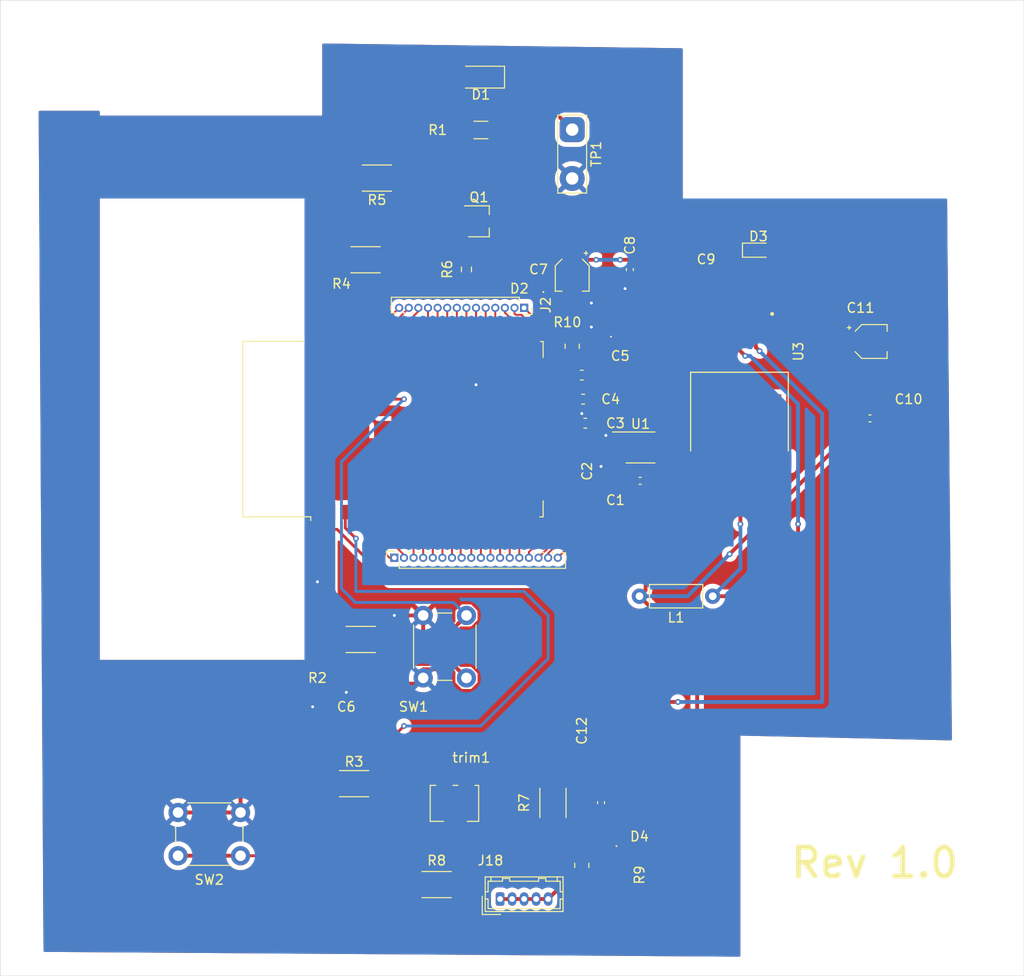
<source format=kicad_pcb>
(kicad_pcb (version 20241229) (generator "pcbnew") (generator_version "9.0")
  (layers (0 "F.Cu" signal) (2 "B.Cu" signal) (13 "F.Paste" user) (15 "B.Paste" user) (5 "F.SilkS" user "F.Silkscreen") (7 "B.SilkS" user "B.Silkscreen") (1 "F.Mask" user) (3 "B.Mask" user) (25 "Edge.Cuts" user))
  (net 0 "")
  (net 1 "/Vout")
  (net 2 "GND")
  (net 3 "Net-(U1-OUT)")
  (net 4 "Net-(U1-BYP)")
  (net 5 "Net-(U2-EN)")
  (net 6 "/out")
  (net 7 "Net-(U3-VC)")
  (net 8 "Net-(U3-FB)")
  (net 9 "Net-(D1-A)")
  (net 10 "VCC")
  (net 11 "Net-(D2-A)")
  (net 12 "Net-(D3-K)")
  (net 13 "Net-(D4-A)")
  (net 14 "Net-(D5-A)")
  (net 15 "/GPIO_15")
  (net 16 "/GPIO_16")
  (net 17 "/GPIO_1")
  (net 18 "/GPIO 16")
  (net 19 "/GPIO_11")
  (net 20 "/GPIO_3")
  (net 21 "/GPIO_2")
  (net 22 "/GPIO_18")
  (net 23 "/GPIO_10")
  (net 24 "/GPIO_8")
  (net 25 "/GPIO_6")
  (net 26 "/GPIO_14")
  (net 27 "/GPIO_17")
  (net 28 "/GPIO_7")
  (net 29 "/GPIO_9")
  (net 30 "/GPIO_12")
  (net 31 "/GPIO_4")
  (net 32 "/GPIO_5")
  (net 33 "/GPIO_36")
  (net 34 "/GPIO_21")
  (net 35 "/GPIO_RX")
  (net 36 "/GPIO_39")
  (net 37 "/GPIO_40")
  (net 38 "/GPIO_42")
  (net 39 "/GPIO_35")
  (net 40 "/GPIO_TX")
  (net 41 "/GPIO_33")
  (net 42 "/GPIO_37")
  (net 43 "/GPIO_41")
  (net 44 "/GPIO_38")
  (net 45 "/GPIO_34")
  (net 46 "/GPIO_26")
  (net 47 "Net-(U2-IO00)")
  (net 48 "Net-(U2-IO46)")
  (net 49 "Net-(U2-IO45)")
  (net 50 "Net-(R8-Pad1)")
  (footprint "Resistor_SMD:R_0805_2012Metric" (layer "F.Cu") (at 132.5 80.5 -90)
    (property "Reference" "R10")
    (property "Value" "65 R" (hide yes))
  )
  (footprint "Capacitor_SMD:C_0603_1608Metric_Pad1.08x0.95mm_HandSolder" (layer "F.Cu") (at 133.8625 88.5)
    (property "Reference" "C3")
    (property "Value" "22uf" (hide yes))
  )
  (footprint "Capacitor_SMD:C_0402_1005Metric" (layer "F.Cu") (at 135.5 127.98 90)
    (property "Reference" "C12")
    (property "Value" "33nF" (hide yes))
  )
  (footprint "Capacitor_SMD:C_0402_1005Metric" (layer "F.Cu") (at 138.5 72.52 -90)
    (property "Reference" "C8")
    (property "Value" "1uF" (hide yes))
  )
  (footprint "Connector_PinSocket_1.00mm:PinSocket_1x14_P1.00mm_Vertical" (layer "F.Cu") (at 127.5 76.5 -90)
    (property "Reference" "J2")
    (property "Value" "Conn_01x14_Male" (hide yes))
  )
  (footprint "Connector_Hirose:Hirose_DF13-05P-1.25DSA_1x05_P1.25mm_Vertical" (layer "F.Cu") (at 125 138)
    (property "Reference" "J18")
    (property "Value" "Conn_01x05_Male" (hide yes))
  )
  (footprint "Package_SO:MSOP-8_3x3mm_P0.65mm" (layer "F.Cu") (at 139.6125 91.025)
    (property "Reference" "U1")
    (property "Value" "LT1762-3" (hide yes))
  )
  (footprint "Resistor_SMD:R_0603_1608Metric_Pad0.98x0.95mm_HandSolder" (layer "F.Cu") (at 121.5 72.5 -90)
    (property "Reference" "R6")
    (property "Value" "500" (hide yes))
  )
  (footprint "Capacitor_SMD:C_0603_1608Metric_Pad1.08x0.95mm_HandSolder" (layer "F.Cu") (at 133.5 83.5)
    (property "Reference" "C5")
    (property "Value" "0.1uF" (hide yes))
  )
  (footprint "Diode_SMD:D_0603_1608Metric_Pad1.05x0.95mm_HandSolder" (layer "F.Cu") (at 151.875 70.5)
    (property "Reference" "D3")
    (property "Value" "MBRD1045G" (hide yes))
  )
  (footprint "Resistor_SMD:R_2010_5025Metric" (layer "F.Cu") (at 109.8125 126)
    (property "Reference" "R3")
    (property "Value" "10k" (hide yes))
  )
  (footprint "Capacitor_SMD:C_0201_0603Metric_Pad0.64x0.40mm_HandSolder" (layer "F.Cu") (at 133 91.0925 -90)
    (property "Reference" "C2")
    (property "Value" "0.1uF" (hide yes))
  )
  (footprint "Button_Switch_THT:SW_PUSH_6mm_H4.3mm" (layer "F.Cu") (at 117 115 90)
    (property "Reference" "SW1")
    (property "Value" "reset")
  )
  (footprint "Capacitor_SMD:C_0402_1005Metric_Pad0.74x0.62mm_HandSolder" (layer "F.Cu") (at 139.5675 94.5 180)
    (property "Reference" "C1")
    (property "Value" "10uF" (hide yes))
  )
  (footprint "Connector_PinSocket_1.00mm:PinSocket_1x18_P1.00mm_Vertical" (layer "F.Cu") (at 114 102.5 90)
    (property "Reference" "J1" (hide yes))
    (property "Value" "Conn_01x18_Male" (hide yes))
  )
  (footprint "Inductor_THT:L_Axial_L5.3mm_D2.2mm_P7.62mm_Horizontal_Vishay_IM-1" (layer "F.Cu") (at 147.12 106.5 180)
    (property "Reference" "L1")
    (property "Value" "47uH/5A" (hide yes))
  )
  (footprint "Capacitor_SMD:CP_Elec_3x5.4" (layer "F.Cu") (at 132.5 73 -90)
    (property "Reference" "C7")
    (property "Value" "330uF/50v" (hide yes))
  )
  (footprint "Resistor_SMD:R_1206_3216Metric_Pad1.30x1.75mm_HandSolder" (layer "F.Cu") (at 123 58 180)
    (property "Reference" "R1")
    (property "Value" "10k" (hide yes))
  )
  (footprint "Resistor_SMD:R_2010_5025Metric_Pad1.40x2.65mm_HandSolder" (layer "F.Cu") (at 118.4 136.5 180)
    (property "Reference" "R8")
    (property "Value" "1K" (hide yes))
  )
  (footprint "Resistor_SMD:R_0805_2012Metric" (layer "F.Cu") (at 133.5 134.5 90)
    (property "Reference" "R9")
    (property "Value" "500" (hide yes))
  )
  (footprint "Potentiometer_SMD:Potentiometer_Bourns_3214X_Vertical" (layer "F.Cu") (at 120.35 128.05)
    (property "Reference" "trim1")
    (property "Value" "R_Potentiometer_Trim_US" (hide yes))
  )
  (footprint "XL4015 _foot:CONV_XL4015" (layer "F.Cu") (at 149.9 89.335 -90)
    (property "Reference" "U3")
    (property "Value" "buck ic" (hide yes))
  )
  (footprint "Capacitor_SMD:C_0201_0603Metric_Pad0.64x0.40mm_HandSolder" (layer "F.Cu") (at 146.4325 72.5)
    (property "Reference" "C9")
    (property "Value" "0.1uF" (hide yes))
  )
  (footprint "TestPoint:TestPoint_2Pads_Pitch5.08mm_Drill1.3mm" (layer "F.Cu") (at 132.5 57.96 -90)
    (property "Reference" "TP1")
    (property "Value" "- BAT +")
  )
  (footprint "Button_Switch_THT:SW_PUSH_6mm_H4.3mm" (layer "F.Cu") (at 98 133.5 180)
    (property "Reference" "SW2")
    (property "Value" "boot" (hide yes))
  )
  (footprint "Capacitor_SMD:C_0201_0603Metric_Pad0.64x0.40mm_HandSolder" (layer "F.Cu") (at 109.0925 115 180)
    (property "Reference" "C6")
    (property "Value" "0.1uF" (hide yes))
  )
  (footprint "LED_SMD:LED_0201_0603Metric" (layer "F.Cu") (at 129.5 74 90)
    (property "Reference" "D2")
    (property "Value" "red" (hide yes))
  )
  (footprint "Package_TO_SOT_SMD:SOT-23W" (layer "F.Cu") (at 122.8 67.5)
    (property "Reference" "Q1")
    (property "Value" "Q_PMOS_GDS" (hide yes))
  )
  (footprint "Resistor_SMD:R_2010_5025Metric" (layer "F.Cu") (at 110.5 111)
    (property "Reference" "R2")
    (property "Value" "10k" (hide yes))
  )
  (footprint "LED_SMD:LED_0201_0603Metric_Pad0.64x0.40mm_HandSolder" (layer "F.Cu") (at 135.5 79.5 180)
    (property "Reference" "D5" (hide yes))
    (property "Value" "red" (hide yes))
  )
  (footprint "Resistor_SMD:R_2010_5025Metric" (layer "F.Cu") (at 112.1875 63 180)
    (property "Reference" "R5")
    (property "Value" "10k")
  )
  (footprint "Capacitor_SMD:CP_Elec_3x5.4" (layer "F.Cu") (at 163.5 80)
    (property "Reference" "C11")
    (property "Value" "330uF/25V" (hide yes))
  )
  (footprint "Resistor_SMD:R_2010_5025Metric" (layer "F.Cu") (at 111 71.5 180)
    (property "Reference" "R4")
    (property "Value" "10k" (hide yes))
  )
  (footprint "Capacitor_SMD:C_0603_1608Metric_Pad1.08x0.95mm_HandSolder" (layer "F.Cu") (at 133.6375 86)
    (property "Reference" "C4")
    (property "Value" "10uf" (hide yes))
  )
  (footprint "Capacitor_SMD:C_0402_1005Metric" (layer "F.Cu") (at 163.48 88)
    (property "Reference" "C10")
    (property "Value" "1uF" (hide yes))
  )
  (footprint "Diode_SMD:D_1206_3216Metric_Pad1.42x1.75mm_HandSolder" (layer "F.Cu") (at 123 52.5 180)
    (property "Reference" "D1")
    (property "Value" "12v" (hide yes))
  )
  (footprint "My_Project.pretty:My_Project.pretty" (layer "F.Cu") (at 117.675 89.125 90)
    (property "Reference" "U2" (hide yes))
    (property "Value" "ESP32-S2-WROVER-I" (hide yes))
  )
  (footprint "Resistor_SMD:R_2010_5025Metric_Pad1.40x2.65mm_HandSolder" (layer "F.Cu") (at 130.5 128 90)
    (property "Reference" "R7")
    (property "Value" "10K" (hide yes))
  )
  (footprint "LED_SMD:LED_0201_0603Metric_Pad0.64x0.40mm_HandSolder" (layer "F.Cu") (at 136.0675 132.5 180)
    (property "Reference" "D4")
    (property "Value" "red" (hide yes))
  )
  (gr_rect (start 73 44.5) (end 179.5 146) (stroke (width 0.05)) (fill no) (layer "Edge.Cuts"))
  (gr_text "Rev 1.0\n" (at 155 136 0) (layer "F.SilkS") (effects (font (size 3 3) (thickness 0.5) (bold yes)) (justify left bottom)))
  (segment (start 135.809999 128.46) (end 145.5 118.769999) (width 0.4) (layer "F.Cu") (net 1))
  (segment (start 132.54375 134.45625) (end 132.54375 135.45625) (width 0.4) (layer "F.Cu") (net 1))
  (segment (start 145.5 118.769999) (end 145.5 112.5) (width 0.4) (layer "F.Cu") (net 1))
  (segment (start 140.135 93.741) (end 141.725 92.151) (width 0.4) (layer "F.Cu") (net 1))
  (segment (start 141.725 90.05) (end 142.598792 90.05) (width 0.4) (layer "F.Cu") (net 1))
  (segment (start 162 88) (end 162.5 88.5) (width 0.4) (layer "F.Cu") (net 1))
  (segment (start 142.598792 90.05) (end 142.9385 90.389708) (width 0.4) (layer "F.Cu") (net 1))
  (segment (start 140.135 94.5) (end 140.135 93.741) (width 0.4) (layer "F.Cu") (net 1))
  (segment (start 135.5 128.46) (end 135.809999 128.46) (width 0.4) (layer "F.Cu") (net 1))
  (segment (start 140.135 94.5) (end 140.135 105.865) (width 0.4) (layer "F.Cu") (net 1))
  (segment (start 142.9385 90.389708) (end 142.9385 91.660292) (width 0.4) (layer "F.Cu") (net 1))
  (segment (start 130.5 130.4) (end 133.56 130.4) (width 0.4) (layer "F.Cu") (net 1))
  (segment (start 130 138) (end 125 138) (width 0.4) (layer "F.Cu") (net 1))
  (segment (start 162 80) (end 162 88) (width 0.4) (layer "F.Cu") (net 1))
  (segment (start 142.598792 92) (end 141.725 92) (width 0.4) (layer "F.Cu") (net 1))
  (segment (start 140.135 105.865) (end 139.5 106.5) (width 0.4) (layer "F.Cu") (net 1))
  (segment (start 145.5 112.5) (end 139.5 106.5) (width 0.4) (layer "F.Cu") (net 1))
  (segment (start 130.5 132.4125) (end 133.5 135.4125) (width 0.4) (layer "F.Cu") (net 1))
  (segment (start 142.9385 91.660292) (end 142.598792 92) (width 0.4) (layer "F.Cu") (net 1))
  (segment (start 130.5 130.4) (end 130.5 132.4125) (width 0.4) (layer "F.Cu") (net 1))
  (segment (start 132.54375 135.45625) (end 130 138) (width 0.4) (layer "F.Cu") (net 1))
  (segment (start 133.56 130.4) (end 135.5 128.46) (width 0.4) (layer "F.Cu") (net 1))
  (segment (start 148.88 102.12) (end 163 88) (width 0.4) (layer "F.Cu") (net 1))
  (via (at 148.88 102.12) (size 0.6) (drill 0.3) (layers "F.Cu" "B.Cu") (net 1))
  (segment (start 144.5 106.5) (end 139.5 106.5) (width 0.4) (layer "B.Cu") (net 1))
  (segment (start 148.88 102.12) (end 144.5 106.5) (width 0.4) (layer "B.Cu") (net 1))
  (segment (start 109 115.702) (end 109.101 115.601) (width 0.4) (layer "F.Cu") (net 2))
  (segment (start 109.875 63) (end 109.834 62.959) (width 0.8) (layer "F.Cu") (net 2))
  (segment (start 106.5 104) (end 106.5 98.35) (width 0.4) (layer "F.Cu") (net 2))
  (segment (start 137.449 92.051) (end 137.5 92.051) (width 0.4) (layer "F.Cu") (net 2))
  (segment (start 118.771768 110.449) (end 120.155083 109.065685) (width 0.4) (layer "F.Cu") (net 2))
  (segment (start 106 74.1875) (end 106 80.5) (width 0.4) (layer "F.Cu") (net 2))
  (segment (start 119.820768 114.1) (end 117 114.1) (width 0.4) (layer "F.Cu") (net 2))
  (segment (start 120.149 114.440397) (end 120.155082 114.434314) (width 0.4) (layer "F.Cu") (net 2))
  (segment (start 135.815 79.996636) (end 135.815 79.5) (width 0.4) (layer "F.Cu") (net 2))
  (segment (start 106 105) (end 106 104.5) (width 0.4) (layer "F.Cu") (net 2))
  (segment (start 122.059603 113.649) (end 122.851 114.440397) (width 0.4) (layer "F.Cu") (net 2))
  (segment (start 134.3625 83.5) (end 134.3625 85.8625) (width 0.4) (layer "F.Cu") (net 2))
  (segment (start 114 108.5) (end 117 108.5) (width 0.4) (layer "F.Cu") (net 2))
  (segment (start 122.851 107.940397) (end 122.851 109.059603) (width 0.4) (layer "F.Cu") (net 2))
  (segment (start 118.7 126) (end 116 126) (width 0.4) (layer "F.Cu") (net 2))
  (segment (start 117 108.5) (end 117 110.449) (width 0.4) (layer "F.Cu") (net 2))
  (segment (start 137 93) (end 135.5 93) (width 0.4) (layer "F.Cu") (net 2))
  (segment (start 134.5 78.5) (end 135.815 78.5) (width 0.4) (layer "F.Cu") (net 2))
  (segment (start 132.32 74.32) (end 132.5 74.5) (width 0.4) (layer "F.Cu") (net 2))
  (segment (start 134.5 87.5) (end 134.5 88.275) (width 0.4) (layer "F.Cu") (net 2))
  (segment (start 120.934314 109.844918) (end 119.228232 111.551) (width 0.4) (layer "F.Cu") (net 2))
  (segment (start 120.149 115.559603) (end 120.149 114.440397) (width 0.4) (layer "F.Cu") (net 2))
  (segment (start 139 94.5) (end 139 94) (width 0.4) (layer "F.Cu") (net 2))
  (segment (start 122.5 82.375) (end 121.88 82.375) (width 0.4) (layer "F.Cu") (net 2))
  (segment (start 165 86.96) (end 163.96 88) (width 0.4) (layer "F.Cu") (net 2))
  (segment (start 106 104.5) (end 106.5 104) (width 0.4) (layer "F.Cu") (net 2))
  (segment (start 109.875 63) (end 109.875 70.3125) (width 0.4) (layer "F.Cu") (net 2))
  (segment (start 109 116.5) (end 109 115.702) (width 0.4) (layer "F.Cu") (net 2))
  (segment (start 136.475 136.525) (end 132.701 140.299) (width 0.4) (layer "F.Cu") (net 2))
  (segment (start 120.940397 107.149) (end 122.059603 107.149) (width 0.4) (layer "F.Cu") (net 2))
  (segment (start 122.059603 109.851) (end 120.940397 109.851) (width 0.4) (layer "F.Cu") (net 2))
  (segment (start 120.327232 113.048) (end 120.934315 113.655083) (width 0.4) (layer "F.Cu") (net 2))
  (segment (start 117 114.1) (end 117 115) (width 0.4) (layer "F.Cu") (net 2))
  (segment (start 105.9 97.1) (end 112.685 90.315) (width 0.4) (layer "F.Cu") (net 2))
  (segment (start 98 125.5) (end 105.5 118) (width 0.4) (layer "F.Cu") (net 2))
  (segment (start 122.851 114.440397) (end 122.851 115.559603) (width 0.4) (layer "F.Cu") (net 2))
  (segment (start 134.3625 85.8625) (end 134.5 86) (width 0.4) (layer "F.Cu") (net 2))
  (segment (start 163 72.5) (end 167.75 77.25) (width 0.4) (layer "F.Cu") (net 2))
  (segment (start 106.5 98.35) (end 105.9 97.75) (width 0.4) (layer "F.Cu") (net 2))
  (segment (start 91.5 129) (end 98 129) (width 0.4) (layer "F.Cu") (net 2))
  (segment (start 134.725 88.5) (end 136 89.775) (width 0.4) (layer "F.Cu") (net 2))
  (segment (start 132.701 140.299) (end 119.799 140.299) (width 0.4) (layer "F.Cu") (net 2))
  (segment (start 117 110.449) (end 118.771768 110.449) (width 0.4) (layer "F.Cu") (net 2))
  (segment (start 109.875 70.3125) (end 108.6875 71.5) (width 0.4) (layer "F.Cu") (net 2))
  (segment (start 138 74.5) (end 138.5415 73.9585) (width 0.4) (layer "F.Cu") (net 2))
  (segment (start 98 129) (end 98 125.5) (width 0.4) (layer "F.Cu") (net 2))
  (segment (start 120.940397 113.649) (end 122.059603 113.649) (width 0.4) (layer "F.Cu") (net 2))
  (segment (start 132.5 74.5) (end 134 76) (width 0.4) (layer "F.Cu") (net 2))
  (segment (start 135.815 66.355) (end 135.815 79.5) (width 0.4) (layer "F.Cu") (net 2))
  (segment (start 159.8 72.5) (end 163 72.5) (width 0.4) (layer "F.Cu") (net 2))
  (segment (start 134.3625 83.5) (end 134.3625 81.449136) (width 0.4) (layer "F.Cu") (net 2))
  (segment (start 122.059603 116.351) (end 120.940397 116.351) (width 0.4) (layer "F.Cu") (net 2))
  (segment (start 119.2 125.5) (end 118.7 126) (width 0.4) (layer "F.Cu") (net 2))
  (segment (start 122.851 115.559603) (end 122.059603 116.351) (width 0.4) (layer "F.Cu") (net 2))
  (segment (start 152 82.5) (end 153.3 81.2) (width 0.4) (layer "F.Cu") (net 2))
  (segment (start 120.940397 116.351) (end 120.149 115.559603) (width 0.4) (layer "F.Cu") (net 2))
  (segment (start 112.685 90.315) (end 113.94 90.315) (width 0.4) (layer "F.Cu") (net 2))
  (segment (start 120.155082 114.434314) (end 119.820768 114.1) (width 0.4) (layer "F.Cu") (net 2))
  (segment (start 134 76) (end 134.5 76) (width 0.4) (layer "F.Cu") (net 2))
  (segment (start 106 82.375) (end 113.94 90.315) (width 0.4) (layer "F.Cu") (net 2))
  (segment (start 138 93) (end 137 93) (width 0.4) (layer "F.Cu") (net 2))
  (segment (start 132.5 63.04) (end 135.815 66.355) (width 0.4) (layer "F.Cu") (net 2))
  (segment (start 153.3 81.2) (end 153.3 79) (width 0.4) (layer "F.Cu") (net 2))
  (segment (start 109.101 115.601) (end 116.399 115.601) (width 0.4) (layer "F.Cu") (net 2))
  (segment (start 117 115) (end 117 115.5) (width 0.4) (layer "F.Cu") (net 2))
  (segment (start 116 126) (end 116 136.5) (width 0.4) (layer "F.Cu") (net 2))
  (segment (start 122.851 109.059603) (end 122.059603 109.851) (width 0.4) (layer "F.Cu") (net 2))
  (segment (start 108.685 115) (end 108.685 115.213792) (width 0.4) (layer "F.Cu") (net 2))
  (segment (start 105.9 97.75) (end 105.9 97.1) (width 0.4) (layer "F.Cu") (net 2))
  (segment (start 120.149 109.059603) (end 120.149 107.940397) (width 0.4) (layer "F.Cu") (net 2))
  (segment (start 138.5415 73.9585) (end 139.0415 73.9585) (width 0.4) (layer "F.Cu") (net 2))
  (segment (start 120.149 107.940397) (end 120.940397 107.149) (width 0.4) (layer "F.Cu") (net 2))
  (segment (start 136.475 132.5) (end 136.475 136.525) (width 0.4) (layer "F.Cu") (net 2))
  (segment (start 139 94) (end 138 93) (width 0.4) (layer "F.Cu") (net 2))
  (segment (start 108.685 115.213792) (end 109.072208 115.601) (width 0.4) (layer "F.Cu") (net 2))
  (segment (start 134.5 86) (end 134.5 87.5) (width 0.4) (layer "F.Cu") (net 2))
  (segment (start 117 113.098) (end 119.820768 113.098) (width 0.4) (layer "F.Cu") (net 2))
  (segment (start 134.5 88.275) (end 134.725 88.5) (width 0.4) (layer "F.Cu") (net 2))
  (segment (start 139.0415 73.9585) (end 147.583 82.5) (width 0.4) (layer "F.Cu") (net 2))
  (segment (start 120.155083 109.065685) (end 120.149 109.059603) (width 0.4) (layer "F.Cu") (net 2))
  (segment (start 106 80.5) (end 106 82.375) (width 0.4) (layer "F.Cu") (net 2))
  (segment (start 120.940397 109.851) (end 120.934314 109.844918) (width 0.4) (layer "F.Cu") (net 2))
  (segment (start 152.75 70.5) (end 152.75 78.45) (width 0.4) (layer "F.Cu") (net 2))
  (segment (start 135.815 78.815) (end 135.815 79.5) (width 0.4) (layer "F.Cu") (net 2))
  (segment (start 119.228232 111.551) (end 117 111.551) (width 0.4) (layer "F.Cu") (net 2))
  (segment (start 122.5 84.5) (end 122.5 82.375) (width 0.4) (layer "F.Cu") (net 2))
  (segment (start 165 80) (end 165 86.96) (width 0.4) (layer "F.Cu") (net 2))
  (segment (start 137 92.5) (end 137.449 92.051) (width 0.4) (layer "F.Cu") (net 2))
  (segment (start 117 111.551) (end 117 113.098) (width 0.4) (layer "F.Cu") (net 2))
  (segment (start 153.3 79) (end 159.8 72.5) (width 0.4) (layer "F.Cu") (net 2))
  (segment (start 147.583 82.5) (end 152 82.5) (width 0.4) (layer "F.Cu") (net 2))
  (segment (start 167.75 77.25) (end 165 80) (width 0.4) (layer "F.Cu") (net 2))
  (segment (start 137 93) (end 137 92.5) (width 0.4) (layer "F.Cu") (net 2))
  (segment (start 112.433 90.315) (end 113.94 90.315) (width 0.8) (layer "F.Cu") (net 2))
  (segment (start 119.2 117.2) (end 119.2 125.5) (width 0.4) (layer "F.Cu") (net 2))
  (segment (start 116.399 115.601) (end 117 115) (width 0.4) (layer "F.Cu") (net 2))
  (segment (start 119.820768 113.098) (end 119.870768 113.048) (width 0.4) (layer "F.Cu") (net 2))
  (segment (start 129.15 82.375) (end 122.5 82.375) (width 0.4) (layer "F.Cu") (net 2))
  (segment (start 152.75 78.45) (end 153.3 79) (width 0.4) (layer "F.Cu") (net 2))
  (segment (start 129.5 74.32) (end 132.32 74.32) (width 0.4) (layer "F.Cu") (net 2))
  (segment (start 108.6875 71.5) (end 106 74.1875) (width 0.4) (layer "F.Cu") (net 2))
  (segment (start 109.072208 115.601) (end 109.101 115.601) (width 0.4) (layer "F.Cu") (net 2))
  (segment (start 134.5 87.5) (end 133.5 87.5) (width 0.4) (layer "F.Cu") (net 2))
  (segment (start 120.934315 113.655083) (end 120.940397 113.649) (width 0.4) (layer "F.Cu") (net 2))
  (segment (start 119.799 140.299) (end 116 136.5) (width 0.4) (layer "F.Cu") (net 2))
  (segment (start 138.5 73) (end 138.5 73.417) (width 0.4) (layer "F.Cu") (net 2))
  (segment (start 122.059603 107.149) (end 122.851 107.940397) (width 0.4) (layer "F.Cu") (net 2))
  (segment (start 138.5 73.417) (end 139.0415 73.9585) (width 0.4) (layer "F.Cu") (net 2))
  (segment (start 134.3625 81.449136) (end 135.815 79.996636) (width 0.4) (layer "F.Cu") (net 2))
  (segment (start 117 115) (end 119.2 117.2) (width 0.4) (layer "F.Cu") (net 2))
  (segment (start 119.870768 113.048) (end 120.327232 113.048) (width 0.4) (layer "F.Cu") (net 2))
  (segment (start 121.88 82.375) (end 113.94 90.315) (width 0.4) (layer "F.Cu") (net 2))
  (via (at 136 89.775) (size 0.6) (drill 0.3) (layers "F.Cu" "B.Cu") (net 2))
  (via (at 109 116.5) (size 0.6) (drill 0.3) (layers "F.Cu" "B.Cu") (net 2))
  (via (at 134.5 76) (size 0.6) (drill 0.3) (layers "F.Cu" "B.Cu") (net 2))
  (via (at 122.5 84.5) (size 0.6) (drill 0.3) (layers "F.Cu" "B.Cu") (net 2))
  (via (at 135.5 93) (size 0.6) (drill 0.3) (layers "F.Cu" "B.Cu") (net 2))
  (via (at 106 105) (size 0.6) (drill 0.3) (layers "F.Cu" "B.Cu") (net 2))
  (via (at 134.5 78.5) (size 0.6) (drill 0.3) (layers "F.Cu" "B.Cu") (net 2))
  (via (at 133.5 87.5) (size 0.6) (drill 0.3) (layers "F.Cu" "B.Cu") (net 2))
  (via (at 138 74.5) (size 0.6) (drill 0.3) (layers "F.Cu" "B.Cu") (net 2))
  (via (at 105.5 118) (size 0.6) (drill 0.3) (layers "F.Cu" "B.Cu") (net 2))
  (via (at 114 108.5) (size 0.6) (drill 0.3) (layers "F.Cu" "B.Cu") (net 2))
  (segment (start 134.5 76) (end 134.5 78.5) (width 0.4) (layer "B.Cu") (net 2))
  (segment (start 135 92.5) (end 135.5 93) (width 0.4) (layer "B.Cu") (net 2))
  (segment (start 105.5 118) (end 107 116.5) (width 0.4) (layer "B.Cu") (net 2))
  (segment (start 135 91.5) (end 135 92.5) (width 0.4) (layer "B.Cu") (net 2))
  (segment (start 133.5 87.5) (end 124.5 87.5) (width 0.4) (layer "B.Cu") (net 2))
  (segment (start 124.5 87.5) (end 122.5 85.5) (width 0.4) (layer "B.Cu") (net 2))
  (segment (start 122.5 85.5) (end 122.5 84.5) (width 0.4) (layer "B.Cu") (net 2))
  (segment (start 136 89.775) (end 136 90.5) (width 0.4) (layer "B.Cu") (net 2))
  (segment (start 106 105) (end 109.5 108.5) (width 0.4) (layer "B.Cu") (net 2))
  (segment (start 109.5 108.5) (end 114 108.5) (width 0.4) (layer "B.Cu") (net 2))
  (segment (start 136 74.5) (end 138 74.5) (width 0.4) (layer "B.Cu") (net 2))
  (segment (start 107 116.5) (end 109 116.5) (width 0.4) (layer "B.Cu") (net 2))
  (segment (start 136 90.5) (end 135 91.5) (width 0.4) (layer "B.Cu") (net 2))
  (segment (start 134.5 76) (end 136 74.5) (width 0.4) (layer "B.Cu") (net 2))
  (segment (start 137.485 90.685) (end 137.5 90.7) (width 0.4) (layer "F.Cu") (net 3))
  (segment (start 132.775 88.275) (end 133 88.5) (width 0.4) (layer "F.Cu") (net 3))
  (segment (start 113.5 105) (end 133 105) (width 0.3) (layer "F.Cu") (net 3))
  (segment (start 107.4 99.5) (end 107.449 99.549) (width 0.3) (layer "F.Cu") (net 3))
  (segment (start 133 92.528792) (end 131 90.528792) (width 0.3) (layer "F.Cu") (net 3))
  (segment (start 132.775 86) (end 132.775 88.275) (width 0.4) (layer "F.Cu") (net 3))
  (segment (start 132.5 81.4125) (end 132.5 83.3625) (width 0.4) (layer "F.Cu") (net 3))
  (segment (start 137.5 90.7) (end 134.2 90.7) (width 0.3) (layer "F.Cu") (net 3))
  (segment (start 108.049 99.549) (end 113.5 105) (width 0.3) (layer "F.Cu") (net 3))
  (segment (start 107.449 99.549) (end 108.049 99.549) (width 0.3) (layer "F.Cu") (net 3))
  (segment (start 107.4 110.2125) (end 108.1875 111) (width 0.4) (layer "F.Cu") (net 3))
  (segment (start 133.5 90) (end 133 90) (width 0.3) (layer "F.Cu") (net 3))
  (segment (start 133 105) (end 133 92.528792) (width 0.3) (layer "F.Cu") (net 3))
  (segment (start 134.2 90.7) (end 133.5 90) (width 0.3) (layer "F.Cu") (net 3))
  (segment (start 137.5 90.05) (end 137.5 90.7) (width 0.4) (layer "F.Cu") (net 3))
  (segment (start 133 88.5) (end 133 90) (width 0.4) (layer "F.Cu") (net 3))
  (segment (start 132.5 83.3625) (end 132.6375 83.5) (width 0.4) (layer "F.Cu") (net 3))
  (segment (start 132.6375 85.8625) (end 132.775 86) (width 0.4) (layer "F.Cu") (net 3))
  (segment (start 107.4 97.75) (end 107.4 110.2125) (width 0.4) (layer "F.Cu") (net 3))
  (segment (start 107.5 111.6875) (end 107.5 126) (width 0.4) (layer "F.Cu") (net 3))
  (segment (start 108.1875 111) (end 107.5 111.6875) (width 0.4) (layer "F.Cu") (net 3))
  (segment (start 131 89.5) (end 133 89.5) (width 0.3) (layer "F.Cu") (net 3))
  (segment (start 131 90.528792) (end 131 89.5) (width 0.3) (layer "F.Cu") (net 3))
  (segment (start 107.4 97.75) (end 107.4 97.9) (width 0.4) (layer "F.Cu") (net 3))
  (segment (start 133 90) (end 133 90.685) (width 0.4) (layer "F.Cu") (net 3))
  (segment (start 132.6375 83.5) (end 132.6375 85.8625) (width 0.4) (layer "F.Cu") (net 3))
  (segment (start 133 91.5) (end 137.35 91.5) (width 0.3) (layer "F.Cu") (net 4))
  (segment (start 107.4 80.9) (end 112.5 86) (width 0.3) (layer "F.Cu") (net 5))
  (segment (start 112.8125 111) (end 119 111) (width 0.4) (layer "F.Cu") (net 5))
  (segment (start 120.099 113.599) (end 121.5 115) (width 0.4) (layer "F.Cu") (net 5))
  (segment (start 112.5 86) (end 115 86) (width 0.3) (layer "F.Cu") (net 5))
  (segment (start 110.901 113.599) (end 112.5 113.599) (width 0.3) (layer "F.Cu") (net 5))
  (segment (start 109.5 115) (end 110.901 113.599) (width 0.3) (layer "F.Cu") (net 5))
  (segment (start 112.8125 111) (end 112.8125 113.2865) (width 0.3) (layer "F.Cu") (net 5))
  (segment (start 119 111) (end 121.5 108.5) (width 0.4) (layer "F.Cu") (net 5))
  (segment (start 112.8125 113.2865) (end 112.5 113.599) (width 0.3) (layer "F.Cu") (net 5))
  (segment (start 107.4 80.5) (end 107.4 80.9) (width 0.3) (layer "F.Cu") (net 5))
  (segment (start 112.5 113.599) (end 120.099 113.599) (width 0.3) (layer "F.Cu") (net 5))
  (via (at 115 86) (size 0.6) (drill 0.3) (layers "F.Cu" "B.Cu") (net 5))
  (segment (start 120.149 107.149) (end 121.5 108.5) (width 0.3) (layer "B.Cu") (net 5))
  (segment (start 115 86) (end 108.499 92.501) (width 0.3) (layer "B.Cu") (net 5))
  (segment (start 109.940479 107.149) (end 120.149 107.149) (width 0.3) (layer "B.Cu") (net 5))
  (segment (start 108.499 105.707521) (end 109.940479 107.149) (width 0.3) (layer "B.Cu") (net 5))
  (segment (start 108.499 92.501) (end 108.499 105.707521) (width 0.3) (layer "B.Cu") (net 5))
  (segment (start 121.6 71.4875) (end 121.5 71.5875) (width 0.4) (layer "F.Cu") (net 6))
  (segment (start 132.5 71.5) (end 135 71.5) (width 0.4) (layer "F.Cu") (net 6))
  (segment (start 137.5 71.5) (end 138.96 71.5) (width 0.4) (layer "F.Cu") (net 6))
  (segment (start 146.025 72.5) (end 146.025 78.525) (width 0.4) (layer "F.Cu") (net 6))
  (segment (start 138.5 72.04) (end 139.5 72.04) (width 0.4) (layer "F.Cu") (net 6))
  (segment (start 132.4125 71.5875) (end 132.5 71.5) (width 0.4) (layer "F.Cu") (net 6))
  (segment (start 138.96 71.5) (end 139.5 72.04) (width 0.4) (layer "F.Cu") (net 6))
  (segment (start 121.6 68.45) (end 121.6 71.4875) (width 0.4) (layer "F.Cu") (net 6))
  (segment (start 146.025 78.525) (end 146.5 79) (width 0.4) (layer "F.Cu") (net 6))
  (segment (start 145.565 72.04) (end 146.025 72.5) (width 0.4) (layer "F.Cu") (net 6))
  (segment (start 121.5 71.5875) (end 132.4125 71.5875) (width 0.4) (layer "F.Cu") (net 6))
  (segment (start 139.5 72.04) (end 145.565 72.04) (width 0.4) (layer "F.Cu") (net 6))
  (via (at 137.5 71.5) (size 0.6) (drill 0.3) (layers "F.Cu" "B.Cu") (net 6))
  (via (at 135 71.5) (size 0.6) (drill 0.3) (layers "F.Cu" "B.Cu") (net 6))
  (segment (start 135 71.5) (end 137.5 71.5) (width 0.4) (layer "B.Cu") (net 6))
  (segment (start 148.2 73.86) (end 148.2 79) (width 0.3) (layer "F.Cu") (net 7))
  (segment (start 146.84 72.5) (end 148.2 73.86) (width 0.3) (layer "F.Cu") (net 7))
  (segment (start 130.5 125.6) (end 130.5 117.5) (width 0.4) (layer "F.Cu") (net 8))
  (segment (start 151.6 79) (end 151.6 80.6) (width 0.4) (layer "F.Cu") (net 8))
  (segment (start 121.5 125.5) (end 130.4 125.5) (width 0.3) (layer "F.Cu") (net 8))
  (segment (start 151.6 80.6) (end 152 81) (width 0.4) (layer "F.Cu") (net 8))
  (segment (start 133.6 125.6) (end 135.5 127.5) (width 0.4) (layer "F.Cu") (net 8))
  (segment (start 130.5 117.5) (end 143.5 117.5) (width 0.4) (layer "F.Cu") (net 8))
  (segment (start 130.4 125.5) (end 130.5 125.6) (width 0.4) (layer "F.Cu") (net 8))
  (segment (start 130.5 125.6) (end 133.6 125.6) (width 0.4) (layer "F.Cu") (net 8))
  (via (at 152 81) (size 0.6) (drill 0.3) (layers "F.Cu" "B.Cu") (net 8))
  (via (at 143.5 117.5) (size 0.6) (drill 0.3) (layers "F.Cu" "B.Cu") (net 8))
  (segment (start 158.5 87.5) (end 152 81) (width 0.4) (layer "B.Cu") (net 8))
  (segment (start 143.5 117.5) (end 158.5 117.5) (width 0.4) (layer "B.Cu") (net 8))
  (segment (start 158.5 117.5) (end 158.5 87.5) (width 0.4) (layer "B.Cu") (net 8))
  (segment (start 121.6 66.55) (end 121.6 58.15) (width 0.3) (layer "F.Cu") (net 9))
  (segment (start 121.6 58.15) (end 121.45 58) (width 0.2) (layer "F.Cu") (net 9))
  (segment (start 121.5125 52.5) (end 121.5125 57.9375) (width 0.3) (layer "F.Cu") (net 9))
  (segment (start 121.5125 57.9375) (end 121.45 58) (width 0.2) (layer "F.Cu") (net 9))
  (segment (start 124.4875 52.5) (end 127.04 52.5) (width 0.4) (layer "F.Cu") (net 10))
  (segment (start 124.4875 57.9375) (end 124.55 58) (width 0.8) (layer "F.Cu") (net 10))
  (segment (start 132.46 58) (end 132.5 57.96) (width 0.4) (layer "F.Cu") (net 10))
  (segment (start 124.55 66.95) (end 124 67.5) (width 0.4) (layer "F.Cu") (net 10))
  (segment (start 124.55 58) (end 124.55 66.95) (width 0.4) (layer "F.Cu") (net 10))
  (segment (start 127.04 52.5) (end 132.5 57.96) (width 0.4) (layer "F.Cu") (net 10))
  (segment (start 124.4875 52.5) (end 124.4875 57.9375) (width 0.4) (layer "F.Cu") (net 10))
  (segment (start 121.5 73.4125) (end 129.2325 73.4125) (width 0.3) (layer "F.Cu") (net 11))
  (segment (start 129.2325 73.4125) (end 129.5 73.68) (width 0.3) (layer "F.Cu") (net 11))
  (segment (start 147.12 106.5) (end 150 106.5) (width 0.4) (layer "F.Cu") (net 12))
  (segment (start 150 89.435) (end 150 99) (width 0.4) (layer "F.Cu") (net 12))
  (segment (start 156 100.5) (end 156 99) (width 0.4) (layer "F.Cu") (net 12))
  (segment (start 149.9 80.9) (end 150.5 81.5) (width 0.4) (layer "F.Cu") (net 12))
  (segment (start 149.9 89.335) (end 151.665 89.335) (width 0.4) (layer "F.Cu") (net 12))
  (segment (start 149.9 79) (end 149.9 80.9) (width 0.4) (layer "F.Cu") (net 12))
  (segment (start 151 70.5) (end 149.9 71.6) (width 0.4) (layer "F.Cu") (net 12))
  (segment (start 150 106.5) (end 156 100.5) (width 0.4) (layer "F.Cu") (net 12))
  (segment (start 149.9 71.6) (end 149.9 79) (width 0.4) (layer "F.Cu") (net 12))
  (segment (start 149.9 89.335) (end 150 89.435) (width 0.4) (layer "F.Cu") (net 12))
  (via (at 150 99) (size 0.6) (drill 0.3) (layers "F.Cu" "B.Cu") (net 12))
  (via (at 150.5 81.5) (size 0.6) (drill 0.3) (layers "F.Cu" "B.Cu") (net 12))
  (via (at 156 99) (size 0.6) (drill 0.3) (layers "F.Cu" "B.Cu") (net 12))
  (segment (start 150 103.62) (end 147.12 106.5) (width 0.4) (layer "B.Cu") (net 12))
  (segment (start 150 99) (end 150 103.62) (width 0.4) (layer "B.Cu") (net 12))
  (segment (start 156 99) (end 156 86.5) (width 0.4) (layer "B.Cu") (net 12))
  (segment (start 156 86.5) (end 151 81.5) (width 0.4) (layer "B.Cu") (net 12))
  (segment (start 151 81.5) (end 150.5 81.5) (width 0.4) (layer "B.Cu") (net 12))
  (segment (start 133.5 133.5875) (end 134.5725 133.5875) (width 0.3) (layer "F.Cu") (net 13))
  (segment (start 134.5725 133.5875) (end 135.66 132.5) (width 0.3) (layer "F.Cu") (net 13))
  (segment (start 134.9125 79.5875) (end 135 79.5) (width 0.4) (layer "F.Cu") (net 14))
  (segment (start 132.5 79.5875) (end 134.9125 79.5875) (width 0.4) (layer "F.Cu") (net 14))
  (segment (start 129.15 94.375) (end 129.452 94.375) (width 0.2) (layer "F.Cu") (net 15))
  (segment (start 130.201 99.69796) (end 128 101.89896) (width 0.2) (layer "F.Cu") (net 15))
  (segment (start 130.201 95.124) (end 130.201 99.69796) (width 0.2) (layer "F.Cu") (net 15))
  (segment (start 129.452 94.375) (end 130.201 95.124) (width 0.2) (layer "F.Cu") (net 15))
  (segment (start 128 101.89896) (end 128 102.5) (width 0.2) (layer "F.Cu") (net 15))
  (segment (start 129 102.47328) (end 129 102.5) (width 0.2) (layer "F.Cu") (net 16))
  (segment (start 131 94.425) (end 131 100.47328) (width 0.2) (layer "F.Cu") (net 16))
  (segment (start 129.45 92.875) (end 131 94.425) (width 0.2) (layer "F.Cu") (net 16))
  (segment (start 129.15 92.875) (end 129.45 92.875) (width 0.2) (layer "F.Cu") (net 16))
  (segment (start 131 100.47328) (end 129 102.47328) (width 0.2) (layer "F.Cu") (net 16))
  (segment (start 113.5 102.5) (end 114 102.5) (width 0.2) (layer "F.Cu") (net 17))
  (segment (start 110.4 97.75) (end 110.4 99.4) (width 0.2) (layer "F.Cu") (net 17))
  (segment (start 110.4 99.4) (end 113.5 102.5) (width 0.2) (layer "F.Cu") (net 17))
  (segment (start 128.4 98.05) (end 126 100.45) (width 0.2) (layer "F.Cu") (net 18))
  (segment (start 126 100.45) (end 126 102.5) (width 0.2) (layer "F.Cu") (net 18))
  (segment (start 128.4 97.75) (end 128.4 98.05) (width 0.2) (layer "F.Cu") (net 18))
  (segment (start 125.4 98.05) (end 124 99.45) (width 0.2) (layer "F.Cu") (net 19))
  (segment (start 124 99.45) (end 124 102.5) (width 0.2) (layer "F.Cu") (net 19))
  (segment (start 125.4 97.75) (end 125.4 98.05) (width 0.2) (layer "F.Cu") (net 19))
  (segment (start 116 101.5) (end 116 102.5) (width 0.2) (layer "F.Cu") (net 20))
  (segment (start 113.4 97.75) (end 113.4 98.9) (width 0.2) (layer "F.Cu") (net 20))
  (segment (start 113.4 98.9) (end 116 101.5) (width 0.2) (layer "F.Cu") (net 20))
  (segment (start 113.4 97.75) (end 113.4 98.05) (width 0.2) (layer "F.Cu") (net 20))
  (segment (start 115 102.19948) (end 115 102.5) (width 0.2) (layer "F.Cu") (net 21))
  (segment (start 111.9 97.75) (end 111.9 99.09948) (width 0.2) (layer "F.Cu") (net 21))
  (segment (start 111.9 99.09948) (end 115 102.19948) (width 0.2) (layer "F.Cu") (net 21))
  (segment (start 129.15 89.875) (end 129.45 89.875) (width 0.2) (layer "F.Cu") (net 22))
  (segment (start 132 101.5) (end 131 102.5) (width 0.2) (layer "F.Cu") (net 22))
  (segment (start 129.45 89.875) (end 132 92.425) (width 0.2) (layer "F.Cu") (net 22))
  (segment (start 132 92.425) (end 132 101.5) (width 0.2) (layer "F.Cu") (net 22))
  (segment (start 123 98.95) (end 123 102.5) (width 0.2) (layer "F.Cu") (net 23))
  (segment (start 123.9 98.05) (end 123 98.95) (width 0.2) (layer "F.Cu") (net 23))
  (segment (start 123.9 97.75) (end 123.9 98.05) (width 0.2) (layer "F.Cu") (net 23))
  (segment (start 120.9 97.75) (end 120.9 102.4) (width 0.2) (layer "F.Cu") (net 24))
  (segment (start 120.9 102.4) (end 121 102.5) (width 0.2) (layer "F.Cu") (net 24))
  (segment (start 118 98.15) (end 118 99.5) (width 0.2) (layer "F.Cu") (net 25))
  (segment (start 117.9 98.05) (end 118 98.15) (width 0.2) (layer "F.Cu") (net 25))
  (segment (start 118 99.5) (end 119 100.5) (width 0.2) (layer "F.Cu") (net 25))
  (segment (start 117.9 97.75) (end 117.9 98.05) (width 0.2) (layer "F.Cu") (net 25))
  (segment (start 119 100.5) (end 119 102.5) (width 0.2) (layer "F.Cu") (net 25))
  (segment (start 129.15 98.802) (end 127 100.952) (width 0.2) (layer "F.Cu") (net 26))
  (segment (start 127 100.952) (end 127 102.5) (width 0.2) (layer "F.Cu") (net 26))
  (segment (start 129.15 95.875) (end 129.15 98.802) (width 0.2) (layer "F.Cu") (net 26))
  (segment (start 131.5 93.423) (end 131.5 100.54038) (width 0.2) (layer "F.Cu") (net 27))
  (segment (start 129.452 91.375) (end 131.5 93.423) (width 0.2) (layer "F.Cu") (net 27))
  (segment (start 131.5 100.54038) (end 130 102.04038) (width 0.2) (layer "F.Cu") (net 27))
  (segment (start 129.15 91.375) (end 129.452 91.375) (width 0.2) (layer "F.Cu") (net 27))
  (segment (start 130 102.04038) (end 130 102.5) (width 0.2) (layer "F.Cu") (net 27))
  (segment (start 119.4 97.75) (end 120 98.35) (width 0.2) (layer "F.Cu") (net 28))
  (segment (start 120 98.35) (end 120 102.5) (width 0.2) (layer "F.Cu") (net 28))
  (segment (start 122 98.15) (end 122 102.5) (width 0.2) (layer "F.Cu") (net 29))
  (segment (start 122.4 97.75) (end 122 98.15) (width 0.2) (layer "F.Cu") (net 29))
  (segment (start 125 99.95) (end 125 102.5) (width 0.2) (layer "F.Cu") (net 30))
  (segment (start 126.9 98.05) (end 125 99.95) (width 0.2) (layer "F.Cu") (net 30))
  (segment (start 126.9 97.75) (end 126.9 98.05) (width 0.2) (layer "F.Cu") (net 30))
  (segment (start 117 101.25) (end 117 102.5) (width 0.2) (layer "F.Cu") (net 31))
  (segment (start 114.9 99.15) (end 117 101.25) (width 0.2) (layer "F.Cu") (net 31))
  (segment (start 114.9 97.75) (end 114.9 99.15) (width 0.2) (layer "F.Cu") (net 31))
  (segment (start 116.4 99.4) (end 118 101) (width 0.2) (layer "F.Cu") (net 32))
  (segment (start 118 101) (end 118 102.5) (width 0.2) (layer "F.Cu") (net 32))
  (segment (start 116.4 97.75) (end 116.4 99.4) (width 0.2) (layer "F.Cu") (net 32))
  (segment (start 122.5 78.7) (end 122.5 76.5) (width 0.2) (layer "F.Cu") (net 33))
  (segment (start 124 80.5) (end 124 80.2) (width 0.2) (layer "F.Cu") (net 33))
  (segment (start 124 80.2) (end 122.5 78.7) (width 0.2) (layer "F.Cu") (net 33))
  (segment (start 129.625 85.375) (end 130.602 84.398) (width 0.2) (layer "F.Cu") (net 34))
  (segment (start 129.15 85.375) (end 129.625 85.375) (width 0.2) (layer "F.Cu") (net 34))
  (segment (start 130.602 84.398) (end 130.602 79.602) (width 0.2) (layer "F.Cu") (net 34))
  (segment (start 130.602 79.602) (end 127.5 76.5) (width 0.2) (layer "F.Cu") (net 34))
  (segment (start 112 80.5) (end 112 79) (width 0.2) (layer "F.Cu") (net 35))
  (segment (start 112 79) (end 114.5 76.5) (width 0.2) (layer "F.Cu") (net 35))
  (segment (start 119.5 80.5) (end 119.5 76.5) (width 0.2) (layer "F.Cu") (net 36))
  (segment (start 118 80.5) (end 118.5 80) (width 0.2) (layer "F.Cu") (net 37))
  (segment (start 118.5 80) (end 118.5 76.5) (width 0.2) (layer "F.Cu") (net 37))
  (segment (start 115 78.35) (end 116.5 76.85) (width 0.2) (layer "F.Cu") (net 38))
  (segment (start 116.5 76.85) (end 116.5 76.5) (width 0.2) (layer "F.Cu") (net 38))
  (segment (start 115 80.5) (end 115 78.35) (width 0.2) (layer "F.Cu") (net 38))
  (segment (start 123.5 78.2) (end 123.5 76.5) (width 0.2) (layer "F.Cu") (net 39))
  (segment (start 125.5 80.2) (end 123.5 78.2) (width 0.2) (layer "F.Cu") (net 39))
  (segment (start 125.5 80.5) (end 125.5 80.2) (width 0.2) (layer "F.Cu") (net 39))
  (segment (start 115.5 76.52672) (end 115.5 76.5) (width 0.2) (layer "F.Cu") (net 40))
  (segment (start 113.5 80.5) (end 113.5 78.52672) (width 0.2) (layer "F.Cu") (net 40))
  (segment (start 113.5 78.52672) (end 115.5 76.52672) (width 0.2) (layer "F.Cu") (net 40))
  (segment (start 125.5 77) (end 125.5 76.5) (width 0.2) (layer "F.Cu") (net 41))
  (segment (start 128.5 80.5) (end 128.5 80) (width 0.2) (layer "F.Cu") (net 41))
  (segment (start 128.5 80) (end 125.5 77) (width 0.2) (layer "F.Cu") (net 41))
  (segment (start 121.5 79.2) (end 121.5 76.5) (width 0.2) (layer "F.Cu") (net 42))
  (segment (start 122.5 80.5) (end 122.5 80.2) (width 0.2) (layer "F.Cu") (net 42))
  (segment (start 122.5 80.2) (end 121.5 79.2) (width 0.2) (layer "F.Cu") (net 42))
  (segment (start 117.5 79.2) (end 117.5 76.5) (width 0.2) (layer "F.Cu") (net 43))
  (segment (start 116.5 80.5) (end 116.5 80.2) (width 0.2) (layer "F.Cu") (net 43))
  (segment (start 116.5 80.2) (end 117.5 79.2) (width 0.2) (layer "F.Cu") (net 43))
  (segment (start 120.5 80) (end 120.5 76.5) (width 0.2) (layer "F.Cu") (net 44))
  (segment (start 121 80.5) (end 120.5 80) (width 0.2) (layer "F.Cu") (net 44))
  (segment (start 124.5 77.7) (end 124.5 76.5) (width 0.2) (layer "F.Cu") (net 45))
  (segment (start 127 80.5) (end 127 80.2) (width 0.2) (layer "F.Cu") (net 45))
  (segment (start 127 80.2) (end 124.5 77.7) (width 0.2) (layer "F.Cu") (net 45))
  (segment (start 129.452 83.875) (end 130.201 83.126) (width 0.2) (layer "F.Cu") (net 46))
  (segment (start 126.5 77.10104) (end 126.5 76.5) (width 0.2) (layer "F.Cu") (net 46))
  (segment (start 126.62496 77.226) (end 126.5 77.10104) (width 0.2) (layer "F.Cu") (net 46))
  (segment (start 127.226 77.226) (end 126.62496 77.226) (width 0.2) (layer "F.Cu") (net 46))
  (segment (start 130.201 80.201) (end 127.226 77.226) (width 0.2) (layer "F.Cu") (net 46))
  (segment (start 130.201 83.126) (end 130.201 80.201) (width 0.2) (layer "F.Cu") (net 46))
  (segment (start 129.15 83.875) (end 129.452 83.875) (width 0.2) (layer "F.Cu") (net 46))
  (segment (start 98 133.5) (end 104.625 133.5) (width 0.3) (layer "F.Cu") (net 47))
  (segment (start 91.5 133.5) (end 98 133.5) (width 0.4) (layer "F.Cu") (net 47))
  (segment (start 104.625 133.5) (end 112.125 126) (width 0.3) (layer "F.Cu") (net 47))
  (segment (start 108.9 99.4) (end 110 100.5) (width 0.3) (layer "F.Cu") (net 47))
  (segment (start 108.9 97.75) (end 108.9 99.4) (width 0.3) (layer "F.Cu") (net 47))
  (segment (start 112.125 122.875) (end 115 120) (width 0.3) (layer "F.Cu") (net 47))
  (segment (start 112.125 126) (end 112.125 122.875) (width 0.3) (layer "F.Cu") (net 47))
  (via (at 115 120) (size 0.6) (drill 0.3) (layers "F.Cu" "B.Cu") (net 47))
  (via (at 110 100.5) (size 0.6) (drill 0.3) (layers "F.Cu" "B.Cu") (net 47))
  (segment (start 130 113) (end 130 108.5) (width 0.3) (layer "B.Cu") (net 47))
  (segment (start 130 108.5) (end 127.5 106) (width 0.3) (layer "B.Cu") (net 47))
  (segment (start 110 106) (end 110 100.5) (width 0.3) (layer "B.Cu") (net 47))
  (segment (start 123 120) (end 130 113) (width 0.3) (layer "B.Cu") (net 47))
  (segment (start 127.5 106) (end 110 106) (width 0.3) (layer "B.Cu") (net 47))
  (segment (start 115 120) (end 123 120) (width 0.3) (layer "B.Cu") (net 47))
  (segment (start 108.9 75.9125) (end 113.3125 71.5) (width 0.3) (layer "F.Cu") (net 48))
  (segment (start 108.9 80.5) (end 108.9 75.9125) (width 0.3) (layer "F.Cu") (net 48))
  (segment (start 116 72) (end 110.5 77.5) (width 0.3) (layer "F.Cu") (net 49))
  (segment (start 110.5 77.5) (end 110.5 80.5) (width 0.3) (layer "F.Cu") (net 49))
  (segment (start 114.5 63) (end 116 64.5) (width 0.3) (layer "F.Cu") (net 49))
  (segment (start 116 64.5) (end 116 72) (width 0.3) (layer "F.Cu") (net 49))
  (segment (start 120.35 136.05) (end 120.8 136.5) (width 0.3) (layer "F.Cu") (net 50))
  (segment (start 120.35 130.6) (end 120.35 136.05) (width 0.3) (layer "F.Cu") (net 50))
  (zone (net 2) (net_name "GND") (layers "F.Cu" "B.Cu") (connect_pads (clearance 0.5)) (min_thickness 0.25) (fill yes (thermal_gap 0.5) (thermal_bridge_width 0.5))
    (polygon (pts (xy 77 56) (xy 77.5 143.5) (xy 150 144) (xy 150 121) (xy 172 121.5) (xy 171.5 65.125) (xy 144 65.125) (xy 144 49.5) (xy 106.5 49) (xy 106.5 56.5) (xy 83.352 56.5) (xy 83.352 56)))
  )
)
</source>
